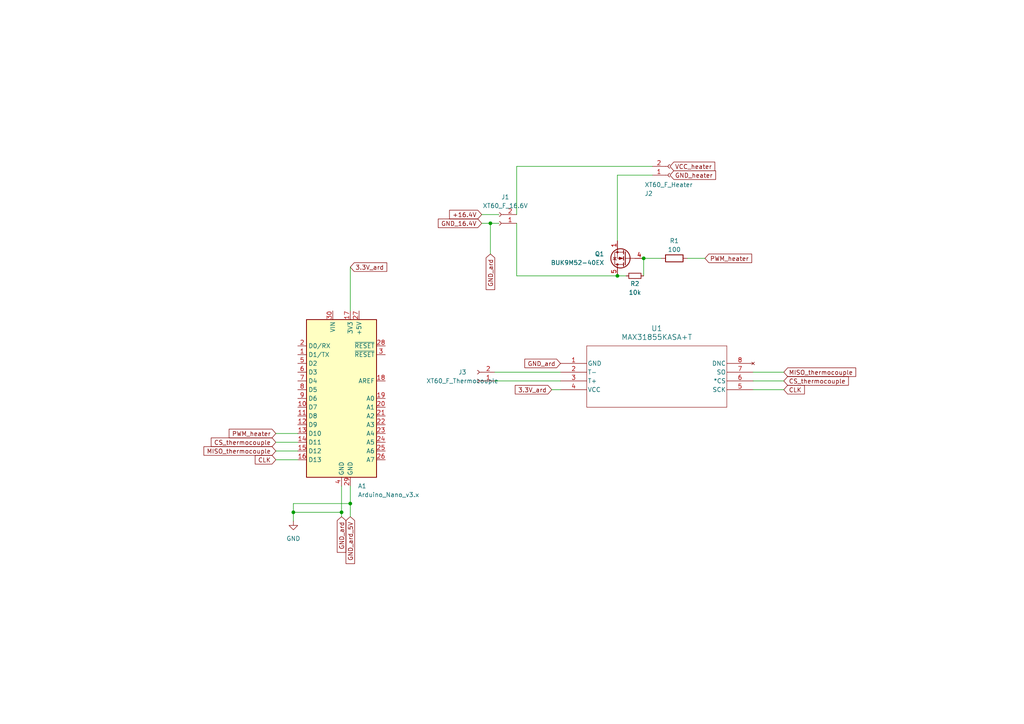
<source format=kicad_sch>
(kicad_sch (version 20231120) (generator "eeschema") (generator_version "8.0")
  (paper "A4")
  (lib_symbols
    (symbol "Connector:Conn_01x02_Socket" (pin_names (offset 1.016) hide)
      (property "Reference" "J" (at 0 2.54 0))
      (property "Value" "Conn_01x02_Socket" (at 0 -5.08 0))
      (symbol "Conn_01x02_Socket_1_1"
        (arc (start 0 -2.032) (mid -0.5058 -2.54) (end 0 -3.048) (stroke (width 0.1524)))
        (polyline (pts (xy -1.27 -2.54) (xy -0.508 -2.54)) (stroke (width 0.1524)))
        (polyline (pts (xy -1.27 0) (xy -0.508 0)) (stroke (width 0.1524)))
        (arc (start 0 0.508) (mid -0.5058 0) (end 0 -0.508) (stroke (width 0.1524)))
        (pin passive line (at -5.08 0 0) (length 3.81) (name "Pin_1") (number "1"))
        (pin passive line (at -5.08 -2.54 0) (length 3.81) (name "Pin_2") (number "2"))
      )
    )
    (symbol "Device:R" (pin_numbers hide) (pin_names (offset 0))
      (property "Reference" "R" (at 2.032 0 90))
      (property "Value" "R" (at 0 0 90))
      (symbol "R_0_1"
        (rectangle (start -1.016 -2.54) (end 1.016 2.54) (stroke (width 0.254)))
      )
      (symbol "R_1_1"
        (pin passive line (at 0 3.81 270) (length 1.27) (name "~") (number "1"))
        (pin passive line (at 0 -3.81 90) (length 1.27) (name "~") (number "2"))
      )
    )
    (symbol "Device:R_Small" (pin_numbers hide) (pin_names (offset 0.254) hide)
      (property "Reference" "R" (at 0.762 0.508 0))
      (property "Value" "R_Small" (at 0.762 -1.016 0))
      (symbol "R_Small_0_1"
        (rectangle (start -0.762 1.778) (end 0.762 -1.778) (stroke (width 0.2032)))
      )
      (symbol "R_Small_1_1"
        (pin passive line (at 0 2.54 270) (length 0.762) (name "~") (number "1"))
        (pin passive line (at 0 -2.54 90) (length 0.762) (name "~") (number "2"))
      )
    )
    (symbol "MAX31855KASA-T:MAX31855KASA+T" (pin_names (offset 0.254))
      (property "Reference" "U" (at 27.94 10.16 0))
      (property "Value" "MAX31855KASA+T" (at 27.94 7.62 0))
      (symbol "MAX31855KASA+T_0_1"
        (polyline (pts (xy 7.62 -12.7) (xy 48.26 -12.7)) (stroke (width 0.127)))
        (polyline (pts (xy 7.62 5.08) (xy 7.62 -12.7)) (stroke (width 0.127)))
        (polyline (pts (xy 48.26 -12.7) (xy 48.26 5.08)) (stroke (width 0.127)))
        (polyline (pts (xy 48.26 5.08) (xy 7.62 5.08)) (stroke (width 0.127)))
        (pin power_in line (at 0 0 0) (length 7.62) (name "GND") (number "1"))
        (pin input line (at 0 -2.54 0) (length 7.62) (name "T-") (number "2"))
        (pin input line (at 0 -5.08 0) (length 7.62) (name "T+") (number "3"))
        (pin power_in line (at 0 -7.62 0) (length 7.62) (name "VCC") (number "4"))
        (pin input line (at 55.88 -7.62 180) (length 7.62) (name "SCK") (number "5"))
        (pin unspecified line (at 55.88 -5.08 180) (length 7.62) (name "*CS") (number "6"))
        (pin output line (at 55.88 -2.54 180) (length 7.62) (name "SO") (number "7"))
        (pin no_connect line (at 55.88 0 180) (length 7.62) (name "DNC") (number "8"))
      )
    )
    (symbol "MCU_Module:Arduino_Nano_v3.x"
      (property "Reference" "A" (at -10.16 23.495 0))
      (property "Value" "Arduino_Nano_v3.x" (at 5.08 -24.13 0))
      (symbol "Arduino_Nano_v3.x_0_1"
        (rectangle (start -10.16 22.86) (end 10.16 -22.86) (stroke (width 0.254)) (fill (type background)))
      )
      (symbol "Arduino_Nano_v3.x_1_1"
        (pin bidirectional line (at -12.7 12.7 0) (length 2.54) (name "D1/TX") (number "1"))
        (pin bidirectional line (at -12.7 -2.54 0) (length 2.54) (name "D7") (number "10"))
        (pin bidirectional line (at -12.7 -5.08 0) (length 2.54) (name "D8") (number "11"))
        (pin bidirectional line (at -12.7 -7.62 0) (length 2.54) (name "D9") (number "12"))
        (pin bidirectional line (at -12.7 -10.16 0) (length 2.54) (name "D10") (number "13"))
        (pin bidirectional line (at -12.7 -12.7 0) (length 2.54) (name "D11") (number "14"))
        (pin bidirectional line (at -12.7 -15.24 0) (length 2.54) (name "D12") (number "15"))
        (pin bidirectional line (at -12.7 -17.78 0) (length 2.54) (name "D13") (number "16"))
        (pin power_out line (at 2.54 25.4 270) (length 2.54) (name "3V3") (number "17"))
        (pin input line (at 12.7 5.08 180) (length 2.54) (name "AREF") (number "18"))
        (pin bidirectional line (at 12.7 0 180) (length 2.54) (name "A0") (number "19"))
        (pin bidirectional line (at -12.7 15.24 0) (length 2.54) (name "D0/RX") (number "2"))
        (pin bidirectional line (at 12.7 -2.54 180) (length 2.54) (name "A1") (number "20"))
        (pin bidirectional line (at 12.7 -5.08 180) (length 2.54) (name "A2") (number "21"))
        (pin bidirectional line (at 12.7 -7.62 180) (length 2.54) (name "A3") (number "22"))
        (pin bidirectional line (at 12.7 -10.16 180) (length 2.54) (name "A4") (number "23"))
        (pin bidirectional line (at 12.7 -12.7 180) (length 2.54) (name "A5") (number "24"))
        (pin bidirectional line (at 12.7 -15.24 180) (length 2.54) (name "A6") (number "25"))
        (pin bidirectional line (at 12.7 -17.78 180) (length 2.54) (name "A7") (number "26"))
        (pin power_out line (at 5.08 25.4 270) (length 2.54) (name "+5V") (number "27"))
        (pin input line (at 12.7 15.24 180) (length 2.54) (name "~{RESET}") (number "28"))
        (pin power_in line (at 2.54 -25.4 90) (length 2.54) (name "GND") (number "29"))
        (pin input line (at 12.7 12.7 180) (length 2.54) (name "~{RESET}") (number "3"))
        (pin power_in line (at -2.54 25.4 270) (length 2.54) (name "VIN") (number "30"))
        (pin power_in line (at 0 -25.4 90) (length 2.54) (name "GND") (number "4"))
        (pin bidirectional line (at -12.7 10.16 0) (length 2.54) (name "D2") (number "5"))
        (pin bidirectional line (at -12.7 7.62 0) (length 2.54) (name "D3") (number "6"))
        (pin bidirectional line (at -12.7 5.08 0) (length 2.54) (name "D4") (number "7"))
        (pin bidirectional line (at -12.7 2.54 0) (length 2.54) (name "D5") (number "8"))
        (pin bidirectional line (at -12.7 0 0) (length 2.54) (name "D6") (number "9"))
      )
    )
    (symbol "Transistor_FET:BUK9M52-40EX" (pin_names hide)
      (property "Reference" "Q" (at 5.08 1.905 0))
      (property "Value" "BUK9M52-40EX" (at 5.08 0 0))
      (symbol "BUK9M52-40EX_0_1"
        (polyline (pts (xy 0.254 0) (xy -2.54 0)))
        (polyline (pts (xy 0.254 1.905) (xy 0.254 -1.905)) (stroke (width 0.254)))
        (polyline (pts (xy 0.762 -1.27) (xy 0.762 -2.286)) (stroke (width 0.254)))
        (polyline (pts (xy 0.762 0.508) (xy 0.762 -0.508)) (stroke (width 0.254)))
        (polyline (pts (xy 0.762 2.286) (xy 0.762 1.27)) (stroke (width 0.254)))
        (polyline (pts (xy 2.54 2.54) (xy 2.54 1.778)))
        (polyline (pts (xy 2.54 -2.54) (xy 2.54 0) (xy 0.762 0)))
        (polyline (pts (xy 0.762 -1.778) (xy 3.302 -1.778) (xy 3.302 1.778) (xy 0.762 1.778)))
        (polyline (pts (xy 1.016 0) (xy 2.032 0.381) (xy 2.032 -0.381) (xy 1.016 0)) (fill (type outline)))
        (polyline (pts (xy 2.794 0.508) (xy 2.921 0.381) (xy 3.683 0.381) (xy 3.81 0.254)))
        (polyline (pts (xy 3.302 0.381) (xy 2.921 -0.254) (xy 3.683 -0.254) (xy 3.302 0.381)))
        (circle (center 1.651 0) (radius 2.794) (stroke (width 0.254)))
        (circle (center 2.54 -1.778) (radius 0.254) (fill (type outline)))
        (circle (center 2.54 1.778) (radius 0.254) (fill (type outline)))
      )
      (symbol "BUK9M52-40EX_1_1"
        (pin passive line (at 2.54 -5.08 90) (length 2.54) (name "S") (number "1"))
        (pin passive line (at 2.54 -5.08 90) (length 2.54) hide (name "S") (number "2"))
        (pin passive line (at 2.54 -5.08 90) (length 2.54) hide (name "S") (number "3"))
        (pin passive line (at -5.08 0 0) (length 2.54) (name "G") (number "4"))
        (pin passive line (at 2.54 5.08 270) (length 2.54) (name "D") (number "5"))
      )
    )
    (symbol "power:GND" (power) (pin_numbers hide) (pin_names (offset 0) hide)
      (property "Value" "GND" (at 0 -3.81 0))
      (symbol "GND_0_1"
        (polyline (pts (xy 0 0) (xy 0 -1.27) (xy 1.27 -1.27) (xy 0 -2.54) (xy -1.27 -1.27) (xy 0 -1.27)))
      )
      (symbol "GND_1_1"
        (pin power_in line (at 0 0 270) (length 0) (name "~") (number "1"))
      )
    )
  )
  (junction (at 179.07 80.01))
  (junction (at 101.6 146.05))
  (junction (at 99.06 148.59))
  (junction (at 85.09 148.59))
  (junction (at 142.24 64.77))
  (junction (at 186.69 74.93))
  (wire (pts (xy 143.51 110.49) (xy 162.56 110.49)))
  (wire (pts (xy 189.23 50.8) (xy 179.07 50.8)))
  (wire (pts (xy 142.24 64.77) (xy 142.24 73.66)))
  (wire (pts (xy 101.6 146.05) (xy 85.09 146.05)))
  (wire (pts (xy 149.86 64.77) (xy 149.86 80.01)))
  (wire (pts (xy 139.7 62.23) (xy 144.78 62.23)))
  (wire (pts (xy 160.02 113.03) (xy 162.56 113.03)))
  (wire (pts (xy 99.06 140.97) (xy 99.06 148.59)))
  (wire (pts (xy 101.6 77.47) (xy 101.6 90.17)))
  (wire (pts (xy 179.07 50.8) (xy 179.07 69.85)))
  (wire (pts (xy 101.6 146.05) (xy 101.6 149.86)))
  (wire (pts (xy 179.07 80.01) (xy 181.61 80.01)))
  (wire (pts (xy 85.09 148.59) (xy 99.06 148.59)))
  (wire (pts (xy 218.44 107.95) (xy 227.33 107.95)))
  (wire (pts (xy 142.24 64.77) (xy 144.78 64.77)))
  (wire (pts (xy 80.01 133.35) (xy 86.36 133.35)))
  (wire (pts (xy 99.06 148.59) (xy 99.06 149.86)))
  (wire (pts (xy 149.86 48.26) (xy 149.86 62.23)))
  (wire (pts (xy 218.44 110.49) (xy 227.33 110.49)))
  (wire (pts (xy 85.09 146.05) (xy 85.09 148.59)))
  (wire (pts (xy 149.86 48.26) (xy 189.23 48.26)))
  (wire (pts (xy 199.39 74.93) (xy 204.47 74.93)))
  (wire (pts (xy 186.69 74.93) (xy 191.77 74.93)))
  (wire (pts (xy 80.01 128.27) (xy 86.36 128.27)))
  (wire (pts (xy 85.09 148.59) (xy 85.09 151.13)))
  (wire (pts (xy 149.86 80.01) (xy 179.07 80.01)))
  (wire (pts (xy 80.01 130.81) (xy 86.36 130.81)))
  (wire (pts (xy 80.01 125.73) (xy 86.36 125.73)))
  (wire (pts (xy 186.69 74.93) (xy 186.69 80.01)))
  (wire (pts (xy 101.6 140.97) (xy 101.6 146.05)))
  (wire (pts (xy 139.7 64.77) (xy 142.24 64.77)))
  (wire (pts (xy 143.51 107.95) (xy 162.56 107.95)))
  (wire (pts (xy 218.44 113.03) (xy 227.33 113.03)))
  (global_label "GND_16.4V" (shape input) (at 139.7 64.77 180) (property "Intersheetrefs" "${INTERSHEET_REFS}" (effects (hide yes))))
  (global_label "CS_thermocouple" (shape input) (at 80.01 128.27 180) (property "Intersheetrefs" "${INTERSHEET_REFS}" (effects (hide yes))))
  (global_label "VCC_heater" (shape input) (at 194.31 48.26 0) (property "Intersheetrefs" "${INTERSHEET_REFS}" (effects (hide yes))))
  (global_label "PWM_heater" (shape input) (at 204.47 74.93 0) (property "Intersheetrefs" "${INTERSHEET_REFS}" (effects (hide yes))))
  (global_label "GND_ard" (shape input) (at 162.56 105.41 180) (property "Intersheetrefs" "${INTERSHEET_REFS}" (effects (hide yes))))
  (global_label "GND_heater" (shape input) (at 194.31 50.8 0) (property "Intersheetrefs" "${INTERSHEET_REFS}" (effects (hide yes))))
  (global_label "GND_ard_5V" (shape input) (at 101.6 149.86 270) (property "Intersheetrefs" "${INTERSHEET_REFS}" (effects (hide yes))))
  (global_label "MISO_thermocouple" (shape input) (at 227.33 107.95 0) (property "Intersheetrefs" "${INTERSHEET_REFS}" (effects (hide yes))))
  (global_label "+16.4V" (shape input) (at 139.7 62.23 180) (property "Intersheetrefs" "${INTERSHEET_REFS}" (effects (hide yes))))
  (global_label "GND_ard" (shape input) (at 142.24 73.66 270) (property "Intersheetrefs" "${INTERSHEET_REFS}" (effects (hide yes))))
  (global_label "GND_ard" (shape input) (at 99.06 149.86 270) (property "Intersheetrefs" "${INTERSHEET_REFS}" (effects (hide yes))))
  (global_label "3.3V_ard" (shape input) (at 101.6 77.47 0) (property "Intersheetrefs" "${INTERSHEET_REFS}" (effects (hide yes))))
  (global_label "MISO_thermocouple" (shape input) (at 80.01 130.81 180) (property "Intersheetrefs" "${INTERSHEET_REFS}" (effects (hide yes))))
  (global_label "CS_thermocouple" (shape input) (at 227.33 110.49 0) (property "Intersheetrefs" "${INTERSHEET_REFS}" (effects (hide yes))))
  (global_label "3.3V_ard" (shape input) (at 160.02 113.03 180) (property "Intersheetrefs" "${INTERSHEET_REFS}" (effects (hide yes))))
  (global_label "PWM_heater" (shape input) (at 80.01 125.73 180) (property "Intersheetrefs" "${INTERSHEET_REFS}" (effects (hide yes))))
  (global_label "CLK" (shape input) (at 80.01 133.35 180) (property "Intersheetrefs" "${INTERSHEET_REFS}" (effects (hide yes))))
  (global_label "CLK" (shape input) (at 227.33 113.03 0) (property "Intersheetrefs" "${INTERSHEET_REFS}" (effects (hide yes))))
  (symbol (lib_id "MAX31855KASA-T:MAX31855KASA+T") (at 162.56 105.41 0) (unit 1)
    (property "Reference" "U1" (at 190.5 95.25 0) (effects (font (size 1.524 1.524))))
    (property "Value" "MAX31855KASA+T" (at 190.5 97.79 0) (effects (font (size 1.524 1.524))))
    (property "Footprint" "21-0041B_8_MXM" (effects (hide yes)))
    (property "Datasheet" "MAX31855KASA+T" (effects (hide yes)))
  )
  (symbol (lib_id "Connector:Conn_01x02_Socket") (at 138.43 110.49 180) (unit 1)
    (property "Reference" "J3" (at 134.112 107.95 0))
    (property "Value" "XT60_F_Thermocouple" (at 134.112 110.49 0))
    (property "Footprint" "Connector_AMASS:AMASS_XT60PW-M_1x02_P7.20mm_Horizontal" (effects (hide yes)))
    (property "Description" "Generic connector, single row, 01x02, script generated" (effects (hide yes)))
  )
  (symbol (lib_id "power:GND") (at 85.09 151.13 0) (unit 1)
    (property "Reference" "#PWR01" (effects (hide yes)))
    (property "Value" "GND" (at 85.09 156.21 0))
    (property "Description" "Power symbol creates a global label with name \"GND\" , ground" (effects (hide yes)))
  )
  (symbol (lib_id "MCU_Module:Arduino_Nano_v3.x") (at 99.06 115.57 0) (unit 1)
    (property "Reference" "A1" (at 103.7941 140.97 0) (effects (justify left)))
    (property "Value" "Arduino_Nano_v3.x" (at 103.7941 143.51 0) (effects (justify left)))
    (property "Footprint" "Module:Arduino_Nano" (effects (hide yes)))
    (property "Datasheet" "http://www.mouser.com/pdfdocs/Gravitech_Arduino_Nano3_0.pdf" (effects (hide yes)))
    (property "Description" "Arduino Nano v3.x" (effects (hide yes)))
  )
  (symbol (lib_id "Transistor_FET:BUK9M52-40EX") (at 181.61 74.93 180) (unit 1)
    (property "Reference" "Q1" (at 175.26 73.6599 0) (effects (justify left)))
    (property "Value" "BUK9M52-40EX" (at 175.26 76.1999 0) (effects (justify left)))
    (property "Footprint" "Package_TO_SOT_SMD:LFPAK33" (effects (hide yes)))
    (property "Datasheet" "https://assets.nexperia.com/documents/data-sheet/BUK9M52-40E.pdf" (effects (hide yes)))
    (property "Description" "17.6A Id, 40V Vds, N-Channel TrenchMOS MOSFET, 40mOhm Ron, 4.5nC Qqd, -55 to 175 °C, LFPAK33" (effects (hide yes)))
  )
  (symbol (lib_id "Connector:Conn_01x02_Socket") (at 144.78 64.77 180) (unit 1)
    (property "Reference" "J1" (at 146.558 57.15 0))
    (property "Value" "XT60_F_16.6V" (at 146.558 59.69 0))
    (property "Footprint" "Connector_AMASS:AMASS_XT60PW-M_1x02_P7.20mm_Horizontal" (effects (hide yes)))
    (property "Description" "Generic connector, single row, 01x02, script generated" (effects (hide yes)))
  )
  (symbol (lib_id "Connector:Conn_01x02_Socket") (at 194.31 50.8 0) (mirror x) (unit 1)
    (property "Reference" "J2" (at 186.944 56.134 0) (effects (justify left)))
    (property "Value" "XT60_F_Heater" (at 186.944 53.594 0) (effects (justify left)))
    (property "Footprint" "Connector_AMASS:AMASS_XT60PW-M_1x02_P7.20mm_Horizontal" (effects (hide yes)))
    (property "Description" "Generic connector, single row, 01x02, script generated" (effects (hide yes)))
  )
  (symbol (lib_id "Device:R") (at 195.58 74.93 90) (unit 1)
    (property "Reference" "R1" (at 195.58 69.85 90))
    (property "Value" "100" (at 195.58 72.39 90))
    (property "Footprint" "Resistor_SMD:R_0805_2012Metric" (effects (hide yes)))
    (property "Description" "Resistor" (effects (hide yes)))
  )
  (symbol (lib_id "Device:R_Small") (at 184.15 80.01 270) (unit 1)
    (property "Reference" "R2" (at 184.15 82.296 90))
    (property "Value" "10k" (at 184.15 84.836 90))
    (property "Footprint" "Resistor_SMD:R_0805_2012Metric" (effects (hide yes)))
    (property "Description" "Resistor, small symbol" (effects (hide yes)))
  )
)
</source>
